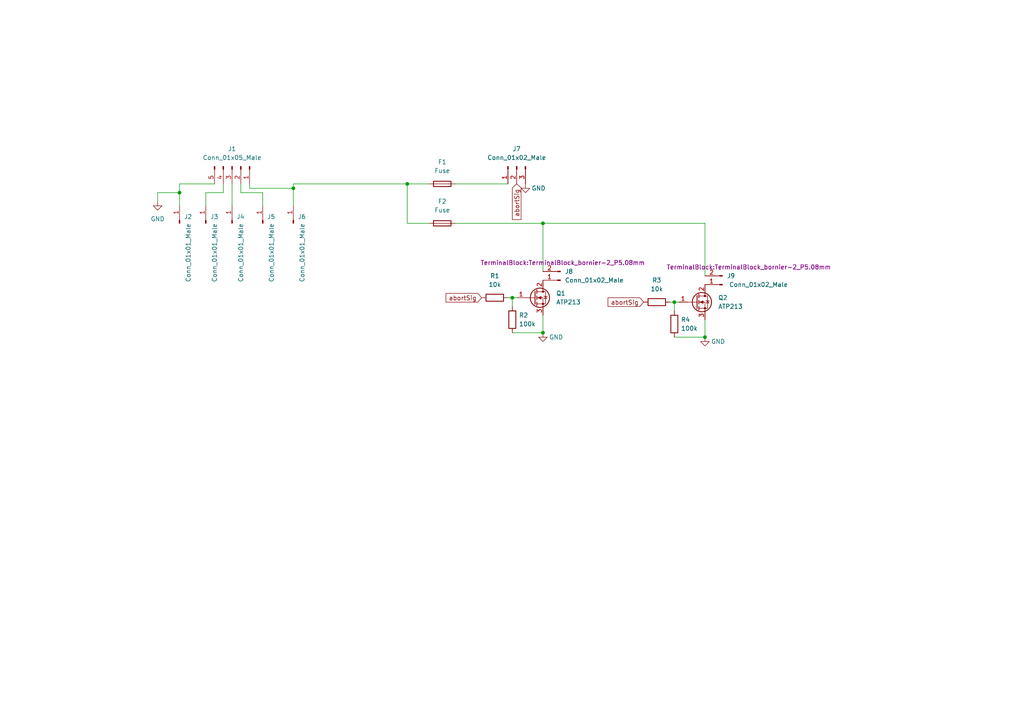
<source format=kicad_sch>
(kicad_sch (version 20211123) (generator eeschema)
  (paper "A4")
  (lib_symbols
    (symbol "Connector:Conn_01x01_Male" (pin_names (offset 1.016) hide)
      (property "Reference" "J" (at 0 2.54 0))
      (property "Value" "Conn_01x01_Male" (at 0 -2.54 0))
      (symbol "Conn_01x01_Male_1_1"
        (polyline (pts (xy 1.27 0) (xy 0.8636 0)) (stroke (width 0.1524)))
        (rectangle (start 0.8636 0.127) (end 0 -0.127) (stroke (width 0.1524)) (fill (type outline)))
        (pin passive line (at 5.08 0 180) (length 3.81) (name "Pin_1") (number "1"))
      )
    )
    (symbol "Connector:Conn_01x02_Male" (pin_names (offset 1.016) hide)
      (property "Reference" "J" (at 0 2.54 0))
      (property "Value" "Conn_01x02_Male" (at 0 -5.08 0))
      (symbol "Conn_01x02_Male_1_1"
        (polyline (pts (xy 1.27 -2.54) (xy 0.8636 -2.54)) (stroke (width 0.1524)))
        (polyline (pts (xy 1.27 0) (xy 0.8636 0)) (stroke (width 0.1524)))
        (rectangle (start 0.8636 -2.413) (end 0 -2.667) (stroke (width 0.1524)) (fill (type outline)))
        (rectangle (start 0.8636 0.127) (end 0 -0.127) (stroke (width 0.1524)) (fill (type outline)))
        (pin passive line (at 5.08 0 180) (length 3.81) (name "Pin_1") (number "1"))
        (pin passive line (at 5.08 -2.54 180) (length 3.81) (name "Pin_2") (number "2"))
      )
    )
    (symbol "Connector:Conn_01x03_Male" (pin_names (offset 1.016) hide)
      (property "Reference" "J" (at 0 5.08 0))
      (property "Value" "Conn_01x03_Male" (at 0 -5.08 0))
      (symbol "Conn_01x03_Male_1_1"
        (polyline (pts (xy 1.27 -2.54) (xy 0.8636 -2.54)) (stroke (width 0.1524)))
        (polyline (pts (xy 1.27 0) (xy 0.8636 0)) (stroke (width 0.1524)))
        (polyline (pts (xy 1.27 2.54) (xy 0.8636 2.54)) (stroke (width 0.1524)))
        (rectangle (start 0.8636 -2.413) (end 0 -2.667) (stroke (width 0.1524)) (fill (type outline)))
        (rectangle (start 0.8636 0.127) (end 0 -0.127) (stroke (width 0.1524)) (fill (type outline)))
        (rectangle (start 0.8636 2.667) (end 0 2.413) (stroke (width 0.1524)) (fill (type outline)))
        (pin passive line (at 5.08 2.54 180) (length 3.81) (name "Pin_1") (number "1"))
        (pin passive line (at 5.08 0 180) (length 3.81) (name "Pin_2") (number "2"))
        (pin passive line (at 5.08 -2.54 180) (length 3.81) (name "Pin_3") (number "3"))
      )
    )
    (symbol "Connector:Conn_01x05_Male" (pin_names (offset 1.016) hide)
      (property "Reference" "J" (at 0 7.62 0))
      (property "Value" "Conn_01x05_Male" (at 0 -7.62 0))
      (symbol "Conn_01x05_Male_1_1"
        (polyline (pts (xy 1.27 -5.08) (xy 0.8636 -5.08)) (stroke (width 0.1524)))
        (polyline (pts (xy 1.27 -2.54) (xy 0.8636 -2.54)) (stroke (width 0.1524)))
        (polyline (pts (xy 1.27 0) (xy 0.8636 0)) (stroke (width 0.1524)))
        (polyline (pts (xy 1.27 2.54) (xy 0.8636 2.54)) (stroke (width 0.1524)))
        (polyline (pts (xy 1.27 5.08) (xy 0.8636 5.08)) (stroke (width 0.1524)))
        (rectangle (start 0.8636 -4.953) (end 0 -5.207) (stroke (width 0.1524)) (fill (type outline)))
        (rectangle (start 0.8636 -2.413) (end 0 -2.667) (stroke (width 0.1524)) (fill (type outline)))
        (rectangle (start 0.8636 0.127) (end 0 -0.127) (stroke (width 0.1524)) (fill (type outline)))
        (rectangle (start 0.8636 2.667) (end 0 2.413) (stroke (width 0.1524)) (fill (type outline)))
        (rectangle (start 0.8636 5.207) (end 0 4.953) (stroke (width 0.1524)) (fill (type outline)))
        (pin passive line (at 5.08 5.08 180) (length 3.81) (name "Pin_1") (number "1"))
        (pin passive line (at 5.08 2.54 180) (length 3.81) (name "Pin_2") (number "2"))
        (pin passive line (at 5.08 0 180) (length 3.81) (name "Pin_3") (number "3"))
        (pin passive line (at 5.08 -2.54 180) (length 3.81) (name "Pin_4") (number "4"))
        (pin passive line (at 5.08 -5.08 180) (length 3.81) (name "Pin_5") (number "5"))
      )
    )
    (symbol "Device:Fuse" (pin_numbers hide) (pin_names (offset 0))
      (property "Reference" "F" (at 2.032 0 90))
      (property "Value" "Fuse" (at -1.905 0 90))
      (symbol "Fuse_0_1"
        (rectangle (start -0.762 -2.54) (end 0.762 2.54) (stroke (width 0.254)))
        (polyline (pts (xy 0 2.54) (xy 0 -2.54)))
      )
      (symbol "Fuse_1_1"
        (pin passive line (at 0 3.81 270) (length 1.27) (name "~") (number "1"))
        (pin passive line (at 0 -3.81 90) (length 1.27) (name "~") (number "2"))
      )
    )
    (symbol "Device:R" (pin_numbers hide) (pin_names (offset 0))
      (property "Reference" "R" (at 2.032 0 90))
      (property "Value" "R" (at 0 0 90))
      (symbol "R_0_1"
        (rectangle (start -1.016 -2.54) (end 1.016 2.54) (stroke (width 0.254)))
      )
      (symbol "R_1_1"
        (pin passive line (at 0 3.81 270) (length 1.27) (name "~") (number "1"))
        (pin passive line (at 0 -3.81 90) (length 1.27) (name "~") (number "2"))
      )
    )
    (symbol "Transistor_FET:STD7NK40Z" (pin_names hide)
      (property "Reference" "Q" (at 5.08 1.905 0))
      (property "Value" "STD7NK40Z" (at 5.08 0 0))
      (symbol "STD7NK40Z_0_1"
        (polyline (pts (xy 0.254 0) (xy -2.54 0)))
        (polyline (pts (xy 0.254 1.905) (xy 0.254 -1.905)) (stroke (width 0.254)))
        (polyline (pts (xy 0.762 -1.27) (xy 0.762 -2.286)) (stroke (width 0.254)))
        (polyline (pts (xy 0.762 0.508) (xy 0.762 -0.508)) (stroke (width 0.254)))
        (polyline (pts (xy 0.762 2.286) (xy 0.762 1.27)) (stroke (width 0.254)))
        (polyline (pts (xy 2.54 2.54) (xy 2.54 1.778)))
        (polyline (pts (xy 2.54 -2.54) (xy 2.54 0) (xy 0.762 0)))
        (polyline (pts (xy 0.762 -1.778) (xy 3.302 -1.778) (xy 3.302 1.778) (xy 0.762 1.778)))
        (polyline (pts (xy 1.016 0) (xy 2.032 0.381) (xy 2.032 -0.381) (xy 1.016 0)) (fill (type outline)))
        (polyline (pts (xy 2.794 0.508) (xy 2.921 0.381) (xy 3.683 0.381) (xy 3.81 0.254)))
        (polyline (pts (xy 3.302 0.381) (xy 2.921 -0.254) (xy 3.683 -0.254) (xy 3.302 0.381)))
        (circle (center 1.651 0) (radius 2.794) (stroke (width 0.254)))
        (circle (center 2.54 -1.778) (radius 0.254) (fill (type outline)))
        (circle (center 2.54 1.778) (radius 0.254) (fill (type outline)))
      )
      (symbol "STD7NK40Z_1_1"
        (pin passive line (at -5.08 0 0) (length 2.54) (name "G") (number "1"))
        (pin passive line (at 2.54 5.08 270) (length 2.54) (name "D") (number "2"))
        (pin passive line (at 2.54 -5.08 90) (length 2.54) (name "S") (number "3"))
      )
    )
    (symbol "power:GND" (power) (pin_names (offset 0))
      (property "Value" "GND" (at 0 -3.81 0))
      (symbol "GND_0_1"
        (polyline (pts (xy 0 0) (xy 0 -1.27) (xy 1.27 -1.27) (xy 0 -2.54) (xy -1.27 -1.27) (xy 0 -1.27)))
      )
      (symbol "GND_1_1"
        (pin power_in line (at 0 0 270) (length 0) hide (name "GND") (number "1"))
      )
    )
  )
  (junction (at 157.48 64.77))
  (junction (at 118.11 53.34))
  (junction (at 157.48 96.52))
  (junction (at 52.07 55.88))
  (junction (at 148.59 86.36))
  (junction (at 195.58 87.63))
  (junction (at 204.47 97.79))
  (junction (at 85.09 54.61))
  (wire (pts (xy 148.59 96.52) (xy 157.48 96.52)))
  (wire (pts (xy 157.48 96.52) (xy 157.48 91.44)))
  (wire (pts (xy 52.07 53.34) (xy 52.07 55.88)))
  (wire (pts (xy 85.09 53.34) (xy 85.09 54.61)))
  (wire (pts (xy 69.85 53.34) (xy 69.85 55.88)))
  (wire (pts (xy 148.59 86.36) (xy 148.59 88.9)))
  (wire (pts (xy 67.31 53.34) (xy 67.31 59.69)))
  (wire (pts (xy 69.85 55.88) (xy 76.2 55.88)))
  (wire (pts (xy 194.31 87.63) (xy 195.58 87.63)))
  (wire (pts (xy 85.09 54.61) (xy 85.09 59.69)))
  (wire (pts (xy 204.47 64.77) (xy 204.47 80.01)))
  (wire (pts (xy 64.77 55.88) (xy 59.69 55.88)))
  (wire (pts (xy 157.48 64.77) (xy 157.48 78.74)))
  (wire (pts (xy 45.72 58.42) (xy 45.72 55.88)))
  (wire (pts (xy 124.46 64.77) (xy 118.11 64.77)))
  (wire (pts (xy 195.58 87.63) (xy 196.85 87.63)))
  (wire (pts (xy 118.11 64.77) (xy 118.11 53.34)))
  (wire (pts (xy 59.69 55.88) (xy 59.69 59.69)))
  (wire (pts (xy 76.2 55.88) (xy 76.2 59.69)))
  (wire (pts (xy 132.08 53.34) (xy 147.32 53.34)))
  (wire (pts (xy 62.23 53.34) (xy 52.07 53.34)))
  (wire (pts (xy 72.39 54.61) (xy 85.09 54.61)))
  (wire (pts (xy 204.47 64.77) (xy 157.48 64.77)))
  (wire (pts (xy 195.58 97.79) (xy 204.47 97.79)))
  (wire (pts (xy 118.11 53.34) (xy 124.46 53.34)))
  (wire (pts (xy 132.08 64.77) (xy 157.48 64.77)))
  (wire (pts (xy 52.07 55.88) (xy 52.07 59.69)))
  (wire (pts (xy 85.09 53.34) (xy 118.11 53.34)))
  (wire (pts (xy 195.58 87.63) (xy 195.58 90.17)))
  (wire (pts (xy 45.72 55.88) (xy 52.07 55.88)))
  (wire (pts (xy 147.32 86.36) (xy 148.59 86.36)))
  (wire (pts (xy 72.39 53.34) (xy 72.39 54.61)))
  (wire (pts (xy 148.59 86.36) (xy 149.86 86.36)))
  (wire (pts (xy 64.77 53.34) (xy 64.77 55.88)))
  (wire (pts (xy 204.47 97.79) (xy 204.47 92.71)))
  (global_label "abortSig" (shape input) (at 149.86 53.34 270) (property "Intersheet References" "${INTERSHEET_REFS}" (effects hide)))
  (global_label "abortSig" (shape input) (at 139.7 86.36 180) (property "Intersheet References" "${INTERSHEET_REFS}" (effects hide)))
  (global_label "abortSig" (shape input) (at 186.69 87.63 180) (property "Intersheet References" "${INTERSHEET_REFS}" (effects hide)))
  (symbol (lib_id "power:GND") (at 157.48 96.52 0) (unit 1)
    (property "Reference" "#PWR0104" (effects hide))
    (property "Value" "GND" (at 161.29 97.79 0))
  )
  (symbol (lib_id "Connector:Conn_01x01_Male") (at 85.09 64.77 90) (unit 1)
    (property "Reference" "J6" (at 86.36 62.8649 90) (effects (justify right)))
    (property "Value" "Conn_01x01_Male" (at 87.63 64.77 0) (effects (justify right)))
    (property "Footprint" "Connector_PinHeader_2.54mm:PinHeader_1x01_P2.54mm_Vertical" (effects hide))
  )
  (symbol (lib_id "Device:R") (at 195.58 93.98 180) (unit 1)
    (property "Reference" "R4" (at 197.485 92.7099 0) (effects (justify right)))
    (property "Value" "100k" (at 197.485 95.2499 0) (effects (justify right)))
    (property "Footprint" "Resistor_THT:R_Axial_DIN0207_L6.3mm_D2.5mm_P10.16mm_Horizontal" (effects hide))
  )
  (symbol (lib_id "Device:R") (at 190.5 87.63 90) (unit 1)
    (property "Reference" "R3" (at 190.5 81.28 90))
    (property "Value" "10k" (at 190.5 83.82 90))
    (property "Footprint" "Resistor_THT:R_Axial_DIN0207_L6.3mm_D2.5mm_P10.16mm_Horizontal" (effects hide))
  )
  (symbol (lib_id "Device:Fuse") (at 128.27 53.34 90) (unit 1)
    (property "Reference" "F1" (at 128.27 46.99 90))
    (property "Value" "Fuse" (at 128.27 49.53 90))
    (property "Footprint" "Fuse:Fuseholder_Blade_Mini_Keystone_3568" (effects hide))
  )
  (symbol (lib_id "power:GND") (at 204.47 97.79 0) (unit 1)
    (property "Reference" "#PWR0102" (effects hide))
    (property "Value" "GND" (at 208.28 99.06 0))
  )
  (symbol (lib_id "Device:Fuse") (at 128.27 64.77 90) (unit 1)
    (property "Reference" "F2" (at 128.27 58.42 90))
    (property "Value" "Fuse" (at 128.27 60.96 90))
    (property "Footprint" "Fuse:Fuseholder_Blade_Mini_Keystone_3568" (effects hide))
  )
  (symbol (lib_id "Connector:Conn_01x01_Male") (at 76.2 64.77 90) (unit 1)
    (property "Reference" "J5" (at 77.47 62.8649 90) (effects (justify right)))
    (property "Value" "Conn_01x01_Male" (at 78.74 64.77 0) (effects (justify right)))
    (property "Footprint" "Connector_PinHeader_2.54mm:PinHeader_1x01_P2.54mm_Vertical" (effects hide))
  )
  (symbol (lib_id "Connector:Conn_01x02_Male") (at 162.56 81.28 180) (unit 1)
    (property "Reference" "J8" (at 163.83 78.7399 0) (effects (justify right)))
    (property "Value" "Conn_01x02_Male" (at 163.83 81.2799 0) (effects (justify right)))
    (property "Footprint" "TerminalBlock:TerminalBlock_bornier-2_P5.08mm" (at 163.195 76.2 0))
  )
  (symbol (lib_id "Device:R") (at 143.51 86.36 90) (unit 1)
    (property "Reference" "R1" (at 143.51 80.01 90))
    (property "Value" "10k" (at 143.51 82.55 90))
    (property "Footprint" "Resistor_THT:R_Axial_DIN0207_L6.3mm_D2.5mm_P10.16mm_Horizontal" (effects hide))
  )
  (symbol (lib_id "Connector:Conn_01x01_Male") (at 59.69 64.77 90) (unit 1)
    (property "Reference" "J3" (at 60.96 62.8649 90) (effects (justify right)))
    (property "Value" "Conn_01x01_Male" (at 62.23 64.77 0) (effects (justify right)))
    (property "Footprint" "Connector_PinHeader_2.54mm:PinHeader_1x01_P2.54mm_Vertical" (effects hide))
  )
  (symbol (lib_id "Transistor_FET:STD7NK40Z") (at 201.93 87.63 0) (unit 1)
    (property "Reference" "Q2" (at 208.28 86.3599 0) (effects (justify left)))
    (property "Value" "ATP213" (at 208.28 88.8999 0) (effects (justify left)))
    (property "Footprint" "Package_TO_SOT_SMD:TO-252-2" (effects hide))
    (property "Datasheet" "https://www.st.com/resource/en/datasheet/std7nk40zt4.pdf" (effects hide))
  )
  (symbol (lib_id "Connector:Conn_01x02_Male") (at 209.55 82.55 180) (unit 1)
    (property "Reference" "J9" (at 210.82 80.0099 0) (effects (justify right)))
    (property "Value" "Conn_01x02_Male" (at 211.455 82.55 0) (effects (justify right)))
    (property "Footprint" "TerminalBlock:TerminalBlock_bornier-2_P5.08mm" (at 217.17 77.47 0))
  )
  (symbol (lib_id "Connector:Conn_01x01_Male") (at 52.07 64.77 90) (unit 1)
    (property "Reference" "J2" (at 53.34 62.8649 90) (effects (justify right)))
    (property "Value" "Conn_01x01_Male" (at 54.61 64.77 0) (effects (justify right)))
    (property "Footprint" "Connector_PinHeader_2.54mm:PinHeader_1x01_P2.54mm_Vertical" (effects hide))
  )
  (symbol (lib_id "Connector:Conn_01x05_Male") (at 67.31 48.26 270) (unit 1)
    (property "Reference" "J1" (at 67.31 43.18 90))
    (property "Value" "Conn_01x05_Male" (at 67.31 45.72 90))
    (property "Footprint" "Connector_Molex:Molex_KK-254_AE-6410-05A_1x05_P2.54mm_Vertical" (effects hide))
  )
  (symbol (lib_id "power:GND") (at 45.72 58.42 0) (unit 1)
    (property "Reference" "#PWR0101" (effects hide))
    (property "Value" "GND" (at 45.72 63.5 0))
  )
  (symbol (lib_id "Connector:Conn_01x03_Male") (at 149.86 48.26 90) (mirror x) (unit 1)
    (property "Reference" "J7" (at 149.86 43.18 90))
    (property "Value" "Conn_01x02_Male" (at 149.86 45.72 90))
    (property "Footprint" "Connector_Molex:Molex_KK-254_AE-6410-03A_1x03_P2.54mm_Vertical" (effects hide))
  )
  (symbol (lib_id "power:GND") (at 152.4 53.34 0) (unit 1)
    (property "Reference" "#PWR0103" (effects hide))
    (property "Value" "GND" (at 156.21 54.61 0))
  )
  (symbol (lib_id "Transistor_FET:STD7NK40Z") (at 154.94 86.36 0) (unit 1)
    (property "Reference" "Q1" (at 161.29 85.0899 0) (effects (justify left)))
    (property "Value" "ATP213" (at 161.29 87.6299 0) (effects (justify left)))
    (property "Footprint" "Package_TO_SOT_SMD:TO-252-2" (effects hide))
    (property "Datasheet" "https://www.st.com/resource/en/datasheet/std7nk40zt4.pdf" (effects hide))
  )
  (symbol (lib_id "Connector:Conn_01x01_Male") (at 67.31 64.77 90) (unit 1)
    (property "Reference" "J4" (at 68.58 62.8649 90) (effects (justify right)))
    (property "Value" "Conn_01x01_Male" (at 69.85 64.77 0) (effects (justify right)))
    (property "Footprint" "Connector_PinHeader_2.54mm:PinHeader_1x01_P2.54mm_Vertical" (effects hide))
  )
  (symbol (lib_id "Device:R") (at 148.59 92.71 180) (unit 1)
    (property "Reference" "R2" (at 150.495 91.4399 0) (effects (justify right)))
    (property "Value" "100k" (at 150.495 93.9799 0) (effects (justify right)))
    (property "Footprint" "Resistor_THT:R_Axial_DIN0207_L6.3mm_D2.5mm_P10.16mm_Horizontal" (effects hide))
  )
)
</source>
